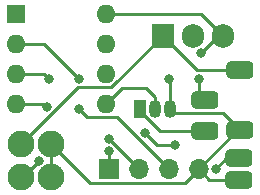
<source format=gbr>
%TF.GenerationSoftware,KiCad,Pcbnew,7.0.6-0*%
%TF.CreationDate,2023-09-04T19:04:00-04:00*%
%TF.ProjectId,Hapto_MK_2,48617074-6f5f-44d4-9b5f-322e6b696361,rev?*%
%TF.SameCoordinates,Original*%
%TF.FileFunction,Copper,L1,Top*%
%TF.FilePolarity,Positive*%
%FSLAX46Y46*%
G04 Gerber Fmt 4.6, Leading zero omitted, Abs format (unit mm)*
G04 Created by KiCad (PCBNEW 7.0.6-0) date 2023-09-04 19:04:00*
%MOMM*%
%LPD*%
G01*
G04 APERTURE LIST*
G04 Aperture macros list*
%AMRoundRect*
0 Rectangle with rounded corners*
0 $1 Rounding radius*
0 $2 $3 $4 $5 $6 $7 $8 $9 X,Y pos of 4 corners*
0 Add a 4 corners polygon primitive as box body*
4,1,4,$2,$3,$4,$5,$6,$7,$8,$9,$2,$3,0*
0 Add four circle primitives for the rounded corners*
1,1,$1+$1,$2,$3*
1,1,$1+$1,$4,$5*
1,1,$1+$1,$6,$7*
1,1,$1+$1,$8,$9*
0 Add four rect primitives between the rounded corners*
20,1,$1+$1,$2,$3,$4,$5,0*
20,1,$1+$1,$4,$5,$6,$7,0*
20,1,$1+$1,$6,$7,$8,$9,0*
20,1,$1+$1,$8,$9,$2,$3,0*%
%AMFreePoly0*
4,1,35,0.312797,1.099367,0.509479,1.023172,0.688811,0.912134,0.844687,0.770034,0.971798,0.601712,1.065816,0.412899,1.123538,0.210026,1.143000,0.000000,1.123538,-0.210026,1.065816,-0.412899,0.971798,-0.601712,0.844687,-0.770034,0.688811,-0.912134,0.509479,-1.023172,0.312797,-1.099367,0.105463,-1.138124,-0.105463,-1.138124,-0.312797,-1.099367,-0.509479,-1.023172,-0.688811,-0.912134,
-0.844687,-0.770034,-0.971798,-0.601712,-1.065816,-0.412899,-1.123538,-0.210026,-1.143000,0.000000,-1.123538,0.210026,-1.065816,0.412899,-0.971798,0.601712,-0.844687,0.770034,-0.688811,0.912134,-0.509479,1.023172,-0.312797,1.099367,-0.105463,1.138124,0.105463,1.138124,0.312797,1.099367,0.312797,1.099367,$1*%
G04 Aperture macros list end*
%TA.AperFunction,ComponentPad*%
%ADD10R,1.905000X2.000000*%
%TD*%
%TA.AperFunction,ComponentPad*%
%ADD11O,1.905000X2.000000*%
%TD*%
%TA.AperFunction,SMDPad,CuDef*%
%ADD12RoundRect,0.381000X-0.762000X-0.381000X0.762000X-0.381000X0.762000X0.381000X-0.762000X0.381000X0*%
%TD*%
%TA.AperFunction,ComponentPad*%
%ADD13R,1.600000X1.600000*%
%TD*%
%TA.AperFunction,ComponentPad*%
%ADD14O,1.600000X1.600000*%
%TD*%
%TA.AperFunction,ComponentPad*%
%ADD15FreePoly0,0.000000*%
%TD*%
%TA.AperFunction,ComponentPad*%
%ADD16R,1.050000X1.500000*%
%TD*%
%TA.AperFunction,ComponentPad*%
%ADD17O,1.050000X1.500000*%
%TD*%
%TA.AperFunction,ComponentPad*%
%ADD18R,1.700000X1.700000*%
%TD*%
%TA.AperFunction,ComponentPad*%
%ADD19O,1.700000X1.700000*%
%TD*%
%TA.AperFunction,ViaPad*%
%ADD20C,0.800000*%
%TD*%
%TA.AperFunction,Conductor*%
%ADD21C,0.250000*%
%TD*%
G04 APERTURE END LIST*
D10*
%TO.P,U3,1,VI*%
%TO.N,Net-(U3-VI)*%
X156970000Y-103050000D03*
D11*
%TO.P,U3,2,GND*%
%TO.N,Net-(Q1-E)*%
X159510000Y-103050000D03*
%TO.P,U3,3,VO*%
%TO.N,Net-(U1-VCC)*%
X162050000Y-103050000D03*
%TD*%
D12*
%TO.P,U6,1,VCC*%
%TO.N,Net-(U2-PB1)*%
X163400000Y-113420000D03*
%TO.P,U6,2,GND*%
%TO.N,Net-(Q1-E)*%
X163400000Y-115200000D03*
%TD*%
%TO.P,U4,1,VCC*%
%TO.N,Net-(U3-VI)*%
X163540000Y-105960000D03*
%TO.P,U4,2,GND*%
%TO.N,Net-(Q1-E)*%
X163540000Y-111040000D03*
%TD*%
D13*
%TO.P,U2,1,~{RESET}/PB5*%
%TO.N,unconnected-(U2-~{RESET}{slash}PB5-Pad1)*%
X144510000Y-101200000D03*
D14*
%TO.P,U2,2,XTAL1/PB3*%
%TO.N,Net-(U2-XTAL1{slash}PB3)*%
X144510000Y-103740000D03*
%TO.P,U2,3,XTAL2/PB4*%
%TO.N,Net-(U2-XTAL2{slash}PB4)*%
X144510000Y-106280000D03*
%TO.P,U2,4,GND*%
%TO.N,Net-(Q1-E)*%
X144510000Y-108820000D03*
%TO.P,U2,5,AREF/PB0*%
%TO.N,Net-(Q1-B)*%
X152130000Y-108820000D03*
%TO.P,U2,6,PB1*%
%TO.N,Net-(U2-PB1)*%
X152130000Y-106280000D03*
%TO.P,U2,7,PB2*%
%TO.N,unconnected-(U2-PB2-Pad7)*%
X152130000Y-103740000D03*
%TO.P,U2,8,VCC*%
%TO.N,Net-(U1-VCC)*%
X152130000Y-101200000D03*
%TD*%
D15*
%TO.P,C1,1*%
%TO.N,Net-(U3-VI)*%
X145000000Y-112230000D03*
%TO.P,C1,2*%
%TO.N,Net-(Q1-E)*%
X147540000Y-112230000D03*
%TD*%
D16*
%TO.P,Q1,1,C*%
%TO.N,Net-(Q1-C)*%
X155000000Y-109220000D03*
D17*
%TO.P,Q1,2,B*%
%TO.N,Net-(Q1-B)*%
X156270000Y-109220000D03*
%TO.P,Q1,3,E*%
%TO.N,Net-(Q1-E)*%
X157540000Y-109220000D03*
%TD*%
D18*
%TO.P,U5,1,VCC*%
%TO.N,Net-(U1-VCC)*%
X152400000Y-114300000D03*
D19*
%TO.P,U5,2,Trig*%
%TO.N,Net-(U2-XTAL1{slash}PB3)*%
X154940000Y-114300000D03*
%TO.P,U5,3,Echo*%
%TO.N,Net-(U2-XTAL2{slash}PB4)*%
X157480000Y-114300000D03*
%TO.P,U5,4,GND*%
%TO.N,Net-(Q1-E)*%
X160020000Y-114300000D03*
%TD*%
D12*
%TO.P,U1,1,VCC*%
%TO.N,Net-(U1-VCC)*%
X160575000Y-108500000D03*
%TO.P,U1,2,GND*%
%TO.N,Net-(Q1-C)*%
X160575000Y-111100000D03*
%TD*%
D15*
%TO.P,C2,1*%
%TO.N,Net-(U1-VCC)*%
X145000000Y-114980000D03*
%TO.P,C2,2*%
%TO.N,Net-(Q1-E)*%
X147540000Y-114980000D03*
%TD*%
D20*
%TO.N,Net-(Q1-E)*%
X157480000Y-106680000D03*
X147152701Y-109052701D03*
%TO.N,Net-(U1-VCC)*%
X160192014Y-104491617D03*
X160020000Y-106684500D03*
X152387452Y-112772051D03*
X146469781Y-113605117D03*
%TO.N,Net-(U2-XTAL2{slash}PB4)*%
X149860000Y-109220000D03*
X147320000Y-106680000D03*
%TO.N,Net-(U2-XTAL1{slash}PB3)*%
X152400000Y-111760000D03*
X149860000Y-106680000D03*
%TO.N,Net-(U2-PB1)*%
X157992300Y-112272300D03*
X155452300Y-111247700D03*
X161469503Y-114300000D03*
%TD*%
D21*
%TO.N,Net-(U3-VI)*%
X163540000Y-105960000D02*
X159880000Y-105960000D01*
X159880000Y-105960000D02*
X156970000Y-103050000D01*
X156970000Y-103050000D02*
X152615000Y-107405000D01*
X152615000Y-107405000D02*
X149825000Y-107405000D01*
X149825000Y-107405000D02*
X145000000Y-112230000D01*
%TO.N,Net-(Q1-E)*%
X144510000Y-108820000D02*
X146920000Y-108820000D01*
X157540000Y-106740000D02*
X157480000Y-106680000D01*
X160920000Y-115200000D02*
X160020000Y-114300000D01*
X163540000Y-111040000D02*
X163280000Y-111040000D01*
X147540000Y-114980000D02*
X147540000Y-112230000D01*
X163400000Y-115200000D02*
X160920000Y-115200000D01*
X157540000Y-109220000D02*
X157907000Y-109587000D01*
X146920000Y-108820000D02*
X147152701Y-109052701D01*
X162087000Y-109587000D02*
X163540000Y-111040000D01*
X157907000Y-109587000D02*
X162087000Y-109587000D01*
X157540000Y-109220000D02*
X157540000Y-106740000D01*
X158845000Y-115475000D02*
X160020000Y-114300000D01*
X150785000Y-115475000D02*
X158845000Y-115475000D01*
X147540000Y-112230000D02*
X150785000Y-115475000D01*
X163280000Y-111040000D02*
X160020000Y-114300000D01*
%TO.N,Net-(U1-VCC)*%
X145094898Y-114980000D02*
X146469781Y-113605117D01*
X162050000Y-103050000D02*
X161633631Y-103050000D01*
X160020000Y-107945000D02*
X160575000Y-108500000D01*
X160020000Y-106684500D02*
X160020000Y-107945000D01*
X161633631Y-103050000D02*
X160192014Y-104491617D01*
X152400000Y-114300000D02*
X152400000Y-112784599D01*
X145000000Y-114980000D02*
X145094898Y-114980000D01*
X152130000Y-101200000D02*
X160200000Y-101200000D01*
X160200000Y-101200000D02*
X162050000Y-103050000D01*
X152400000Y-112784599D02*
X152387452Y-112772051D01*
%TO.N,Net-(Q1-C)*%
X155000000Y-109377082D02*
X155000000Y-109220000D01*
X160575000Y-111100000D02*
X156722918Y-111100000D01*
X156722918Y-111100000D02*
X155000000Y-109377082D01*
%TO.N,Net-(Q1-B)*%
X156270000Y-108220000D02*
X155518198Y-107468198D01*
X155518198Y-107468198D02*
X153481802Y-107468198D01*
X156270000Y-109220000D02*
X156270000Y-108220000D01*
X153481802Y-107468198D02*
X152130000Y-108820000D01*
%TO.N,Net-(U2-XTAL2{slash}PB4)*%
X157480000Y-114300000D02*
X153125000Y-109945000D01*
X147320000Y-106680000D02*
X146920000Y-106280000D01*
X153125000Y-109945000D02*
X150585000Y-109945000D01*
X146920000Y-106280000D02*
X144510000Y-106280000D01*
X150585000Y-109945000D02*
X149860000Y-109220000D01*
%TO.N,Net-(U2-XTAL1{slash}PB3)*%
X152400000Y-111760000D02*
X154940000Y-114300000D01*
X146920000Y-103740000D02*
X149860000Y-106680000D01*
X144510000Y-103740000D02*
X146920000Y-103740000D01*
%TO.N,Net-(U2-PB1)*%
X157992300Y-112272300D02*
X156476900Y-112272300D01*
X162349503Y-113420000D02*
X161469503Y-114300000D01*
X156476900Y-112272300D02*
X155452300Y-111247700D01*
X163400000Y-113420000D02*
X162349503Y-113420000D01*
%TD*%
M02*

</source>
